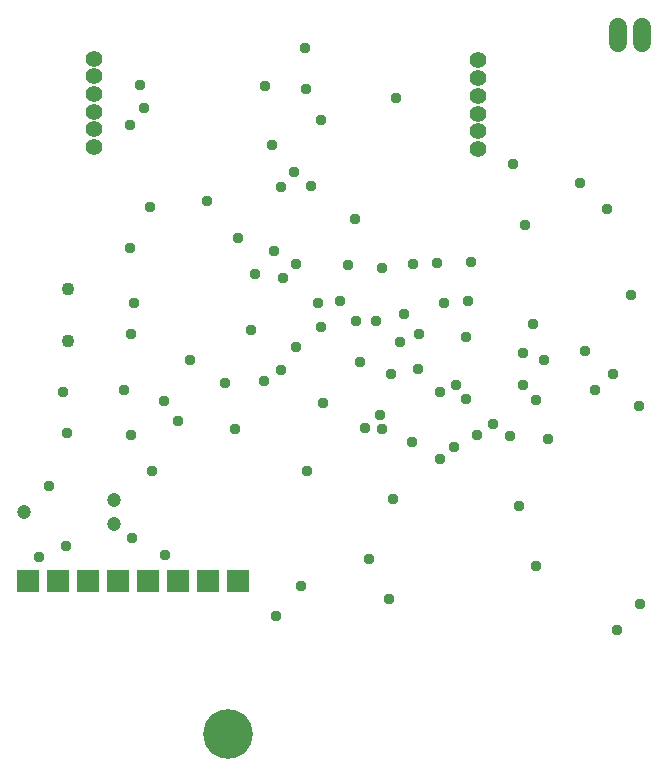
<source format=gbr>
G04 EAGLE Gerber RS-274X export*
G75*
%MOMM*%
%FSLAX34Y34*%
%LPD*%
%INSoldermask Bottom*%
%IPPOS*%
%AMOC8*
5,1,8,0,0,1.08239X$1,22.5*%
G01*
%ADD10C,1.411200*%
%ADD11C,1.511200*%
%ADD12R,1.981200X1.981200*%
%ADD13C,4.203200*%
%ADD14C,1.103200*%
%ADD15C,1.203200*%
%ADD16C,0.959600*%


D10*
X424103Y548423D03*
X424103Y563423D03*
X424103Y578423D03*
X424103Y593423D03*
X424103Y608423D03*
X424103Y623423D03*
X98726Y550032D03*
X98726Y565032D03*
X98726Y580032D03*
X98726Y595032D03*
X98726Y610032D03*
X98726Y625032D03*
D11*
X562550Y638532D02*
X562550Y651612D01*
X542550Y651612D02*
X542550Y638532D01*
D12*
X42700Y182400D03*
X68100Y182400D03*
X93500Y182400D03*
X118900Y182400D03*
X144300Y182400D03*
X169700Y182400D03*
X195100Y182400D03*
X220500Y182400D03*
D13*
X212700Y53400D03*
D14*
X77200Y429600D03*
X77200Y385600D03*
D15*
X40000Y241000D03*
X116200Y230840D03*
X116200Y251160D03*
D16*
X146500Y499500D03*
X195000Y504000D03*
X454000Y536000D03*
X291000Y573000D03*
X355000Y592000D03*
X464000Y484000D03*
X533000Y498000D03*
X483000Y303000D03*
X510000Y520000D03*
X341000Y323000D03*
X332000Y201000D03*
X473500Y195500D03*
X561000Y163000D03*
X342878Y311296D03*
X352000Y252000D03*
X458500Y246500D03*
X542000Y141000D03*
X324000Y368000D03*
X293000Y333000D03*
X257000Y516000D03*
X389000Y452000D03*
X278500Y599500D03*
X291000Y398000D03*
X283000Y517000D03*
X369000Y451000D03*
X138000Y603000D03*
X141000Y583000D03*
X251678Y462000D03*
X314000Y450000D03*
X343000Y448000D03*
X358000Y385000D03*
X418000Y453000D03*
X243000Y352000D03*
X414000Y337000D03*
X350000Y358000D03*
X368000Y300000D03*
X274000Y178000D03*
X259000Y439000D03*
X243678Y602000D03*
X270000Y451000D03*
X250000Y552000D03*
X289000Y418000D03*
X268000Y529000D03*
X307000Y420000D03*
X278000Y634000D03*
X328000Y312322D03*
X253000Y153000D03*
X129000Y569000D03*
X52000Y203000D03*
X218000Y311000D03*
X73000Y343000D03*
X133000Y418000D03*
X76000Y308000D03*
X130000Y392000D03*
X170000Y318000D03*
X130000Y306000D03*
X235000Y443000D03*
X320000Y489000D03*
X374000Y392000D03*
X221000Y473000D03*
X129000Y465000D03*
X270000Y381000D03*
X232000Y395000D03*
X75000Y212000D03*
X131000Y219000D03*
X560000Y331000D03*
X538000Y358000D03*
X423000Y306000D03*
X451000Y305000D03*
X554000Y425000D03*
X124000Y344000D03*
X158000Y335000D03*
X349000Y167000D03*
X462000Y349000D03*
X414000Y389000D03*
X462000Y376000D03*
X471000Y400000D03*
X361000Y409000D03*
X395000Y418000D03*
X338000Y403000D03*
X416000Y420000D03*
X61000Y263000D03*
X515000Y377000D03*
X523000Y344000D03*
X320500Y402500D03*
X437000Y316000D03*
X159000Y205000D03*
X257000Y361000D03*
X279000Y276000D03*
X210000Y350000D03*
X180000Y370000D03*
X480000Y370000D03*
X473000Y336000D03*
X404000Y296000D03*
X405500Y348500D03*
X148000Y276000D03*
X373000Y362000D03*
X392000Y286000D03*
X392000Y343000D03*
M02*

</source>
